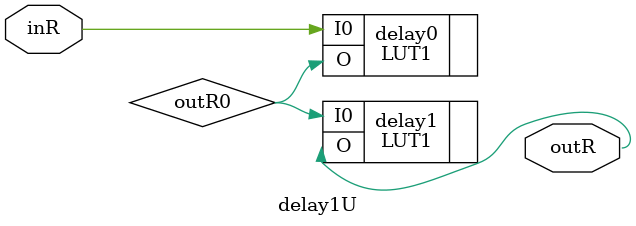
<source format=v>
`timescale 1ns / 1ps

(* dont_touch="yes" *)module delay1U(inR, outR);
input inR;
output outR;

wire outR0;
LUT1 #(.INIT(2'b10)) delay0
(
    .O(outR0),
    .I0(inR)
);
LUT1 #(.INIT(2'b10)) delay1
(
    .O(outR),
    .I0(outR0)
);
endmodule
</source>
